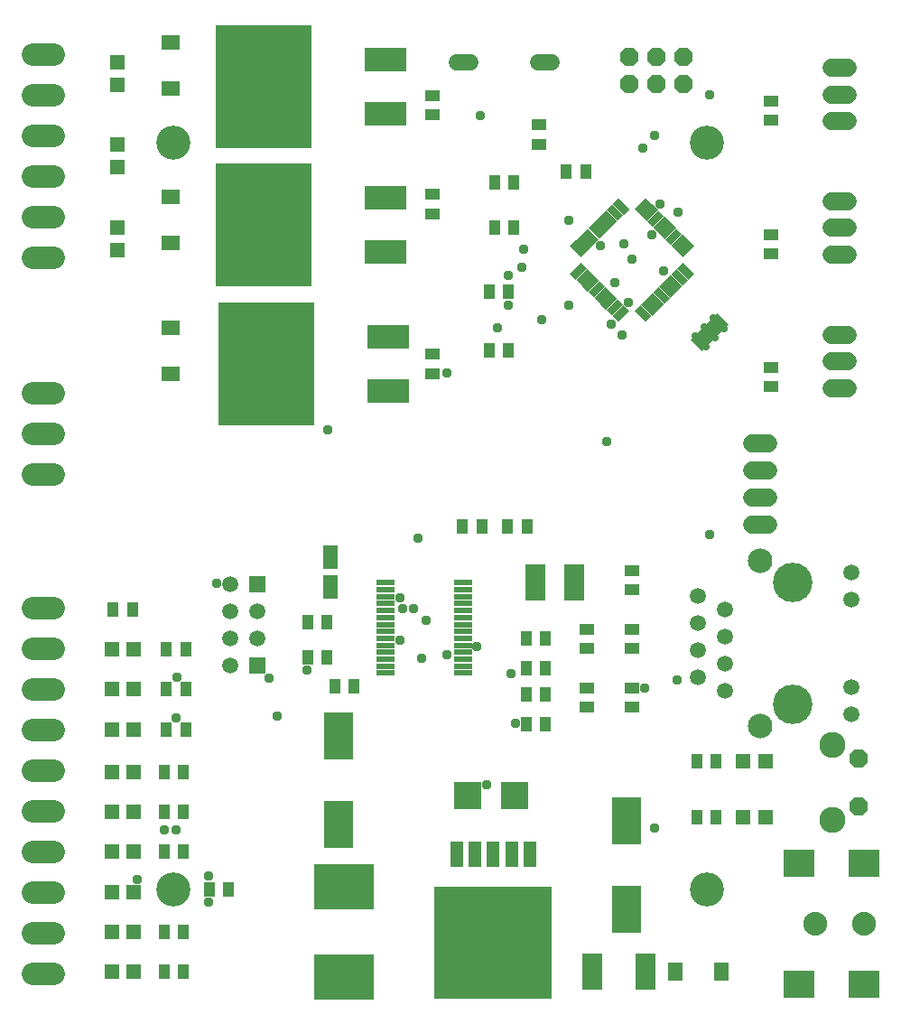
<source format=gbr>
G04 EAGLE Gerber RS-274X export*
G75*
%MOMM*%
%FSLAX34Y34*%
%LPD*%
%INSoldermask Top*%
%IPPOS*%
%AMOC8*
5,1,8,0,0,1.08239X$1,22.5*%
G01*
%ADD10C,3.203200*%
%ADD11R,1.403200X1.403200*%
%ADD12R,1.473200X1.673200*%
%ADD13R,1.003200X1.403200*%
%ADD14R,1.983200X3.403200*%
%ADD15R,3.003200X2.603200*%
%ADD16C,2.235200*%
%ADD17R,1.403200X1.003200*%
%ADD18R,1.673200X1.473200*%
%ADD19R,4.013200X2.286000*%
%ADD20R,9.093200X11.633200*%
%ADD21R,1.511200X1.511200*%
%ADD22C,1.511200*%
%ADD23R,1.703200X0.603200*%
%ADD24R,1.903200X3.503200*%
%ADD25R,1.403200X2.203200*%
%ADD26C,2.303200*%
%ADD27C,3.703200*%
%ADD28C,1.727200*%
%ADD29R,1.473200X0.762000*%
%ADD30R,0.762000X1.473200*%
%ADD31C,0.653200*%
%ADD32R,3.495041X1.534159*%
%ADD33R,2.703200X4.503200*%
%ADD34R,5.703200X4.203200*%
%ADD35R,11.003200X10.613200*%
%ADD36R,1.270000X2.362200*%
%ADD37R,2.603200X2.603200*%
%ADD38P,1.869504X8X112.500000*%
%ADD39C,2.451100*%
%ADD40P,1.852186X8X22.500000*%
%ADD41C,1.524000*%
%ADD42C,2.108200*%
%ADD43C,0.959600*%


D10*
X172500Y832500D03*
X672500Y832500D03*
X172500Y132500D03*
X672500Y132500D03*
D11*
X728000Y200000D03*
X707000Y200000D03*
D12*
X686500Y55000D03*
X643500Y55000D03*
D13*
X681500Y200000D03*
X663500Y200000D03*
D14*
X614900Y55000D03*
X565100Y55000D03*
D15*
X820000Y43000D03*
X820000Y157000D03*
X759000Y43000D03*
X759000Y157000D03*
D16*
X820000Y100000D03*
X774280Y100000D03*
D17*
X415000Y876500D03*
X415000Y858500D03*
D18*
X170000Y883500D03*
X170000Y926500D03*
D19*
X371400Y859600D03*
X371400Y910400D03*
D20*
X257100Y885000D03*
D17*
X732500Y621500D03*
X732500Y603500D03*
X732500Y746500D03*
X732500Y728500D03*
X415000Y784000D03*
X415000Y766000D03*
D18*
X170000Y738500D03*
X170000Y781500D03*
D19*
X371400Y729600D03*
X371400Y780400D03*
D20*
X257100Y755000D03*
D21*
X251125Y418250D03*
X251125Y342050D03*
D22*
X251125Y392850D03*
X251125Y367450D03*
X225725Y367450D03*
X225725Y392850D03*
X225725Y418250D03*
X225725Y342050D03*
D17*
X415000Y634000D03*
X415000Y616000D03*
D18*
X170000Y616000D03*
X170000Y659000D03*
D19*
X373900Y599600D03*
X373900Y650400D03*
D20*
X259600Y625000D03*
D17*
X732500Y871500D03*
X732500Y853500D03*
D23*
X371250Y419750D03*
X371250Y413250D03*
X371250Y406750D03*
X371250Y400250D03*
X371250Y393750D03*
X371250Y387250D03*
X371250Y380750D03*
X371250Y374250D03*
X371250Y367750D03*
X371250Y361250D03*
X371250Y354750D03*
X371250Y348250D03*
X371250Y341750D03*
X371250Y335250D03*
X443750Y335250D03*
X443750Y341750D03*
X443750Y348250D03*
X443750Y354750D03*
X443750Y361250D03*
X443750Y367750D03*
X443750Y374250D03*
X443750Y380750D03*
X443750Y387250D03*
X443750Y393750D03*
X443750Y400250D03*
X443750Y406750D03*
X443750Y413250D03*
X443750Y419750D03*
D13*
X316500Y350000D03*
X298500Y350000D03*
X316500Y382500D03*
X298500Y382500D03*
X341500Y322500D03*
X323500Y322500D03*
D24*
X511500Y420000D03*
X548500Y420000D03*
D13*
X503500Y340000D03*
X521500Y340000D03*
X503500Y367500D03*
X521500Y367500D03*
D17*
X560000Y358500D03*
X560000Y376500D03*
X602500Y358500D03*
X602500Y376500D03*
X602500Y303500D03*
X602500Y321500D03*
X560000Y303500D03*
X560000Y321500D03*
D13*
X521500Y315000D03*
X503500Y315000D03*
D17*
X602500Y431500D03*
X602500Y413500D03*
D13*
X521500Y287500D03*
X503500Y287500D03*
D25*
X320000Y444000D03*
X320000Y416000D03*
D13*
X504000Y472500D03*
X486000Y472500D03*
X461500Y472500D03*
X443500Y472500D03*
D26*
X722700Y285750D03*
X722700Y440650D03*
D22*
X808400Y429450D03*
X808400Y404050D03*
X808400Y322350D03*
X808400Y296950D03*
X664300Y407600D03*
X664300Y382200D03*
X664300Y356800D03*
X664300Y331400D03*
X689700Y395000D03*
X689700Y369600D03*
X689700Y344200D03*
X689700Y318800D03*
D27*
X753000Y306200D03*
X753000Y420200D03*
D28*
X730120Y550600D02*
X714880Y550600D01*
X714880Y525200D02*
X730120Y525200D01*
X730120Y499800D02*
X714880Y499800D01*
X714880Y474400D02*
X730120Y474400D01*
D17*
X515000Y831000D03*
X515000Y849000D03*
D13*
X473500Y795000D03*
X491500Y795000D03*
X473500Y752500D03*
X491500Y752500D03*
X663500Y252500D03*
X681500Y252500D03*
D11*
X728000Y252500D03*
X707000Y252500D03*
D29*
G36*
X610540Y680250D02*
X620956Y669834D01*
X615568Y664446D01*
X605152Y674862D01*
X610540Y680250D01*
G37*
G36*
X616197Y685907D02*
X626613Y675491D01*
X621225Y670103D01*
X610809Y680519D01*
X616197Y685907D01*
G37*
G36*
X621854Y691563D02*
X632270Y681147D01*
X626882Y675759D01*
X616466Y686175D01*
X621854Y691563D01*
G37*
G36*
X627511Y697220D02*
X637927Y686804D01*
X632539Y681416D01*
X622123Y691832D01*
X627511Y697220D01*
G37*
G36*
X633168Y702877D02*
X643584Y692461D01*
X638196Y687073D01*
X627780Y697489D01*
X633168Y702877D01*
G37*
G36*
X638825Y708534D02*
X649241Y698118D01*
X643853Y692730D01*
X633437Y703146D01*
X638825Y708534D01*
G37*
G36*
X644481Y714191D02*
X654897Y703775D01*
X649509Y698387D01*
X639093Y708803D01*
X644481Y714191D01*
G37*
G36*
X650138Y719848D02*
X660554Y709432D01*
X655166Y704044D01*
X644750Y714460D01*
X650138Y719848D01*
G37*
D30*
G36*
X655166Y740956D02*
X660554Y735568D01*
X650138Y725152D01*
X644750Y730540D01*
X655166Y740956D01*
G37*
G36*
X649509Y746613D02*
X654897Y741225D01*
X644481Y730809D01*
X639093Y736197D01*
X649509Y746613D01*
G37*
G36*
X643853Y752270D02*
X649241Y746882D01*
X638825Y736466D01*
X633437Y741854D01*
X643853Y752270D01*
G37*
G36*
X638196Y757927D02*
X643584Y752539D01*
X633168Y742123D01*
X627780Y747511D01*
X638196Y757927D01*
G37*
G36*
X632539Y763584D02*
X637927Y758196D01*
X627511Y747780D01*
X622123Y753168D01*
X632539Y763584D01*
G37*
G36*
X626882Y769241D02*
X632270Y763853D01*
X621854Y753437D01*
X616466Y758825D01*
X626882Y769241D01*
G37*
G36*
X621225Y774897D02*
X626613Y769509D01*
X616197Y759093D01*
X610809Y764481D01*
X621225Y774897D01*
G37*
G36*
X615568Y780554D02*
X620956Y775166D01*
X610540Y764750D01*
X605152Y770138D01*
X615568Y780554D01*
G37*
D29*
G36*
X589432Y780554D02*
X599848Y770138D01*
X594460Y764750D01*
X584044Y775166D01*
X589432Y780554D01*
G37*
G36*
X583775Y774897D02*
X594191Y764481D01*
X588803Y759093D01*
X578387Y769509D01*
X583775Y774897D01*
G37*
G36*
X578118Y769241D02*
X588534Y758825D01*
X583146Y753437D01*
X572730Y763853D01*
X578118Y769241D01*
G37*
G36*
X572461Y763584D02*
X582877Y753168D01*
X577489Y747780D01*
X567073Y758196D01*
X572461Y763584D01*
G37*
G36*
X566804Y757927D02*
X577220Y747511D01*
X571832Y742123D01*
X561416Y752539D01*
X566804Y757927D01*
G37*
G36*
X561147Y752270D02*
X571563Y741854D01*
X566175Y736466D01*
X555759Y746882D01*
X561147Y752270D01*
G37*
G36*
X555491Y746613D02*
X565907Y736197D01*
X560519Y730809D01*
X550103Y741225D01*
X555491Y746613D01*
G37*
G36*
X549834Y740956D02*
X560250Y730540D01*
X554862Y725152D01*
X544446Y735568D01*
X549834Y740956D01*
G37*
D30*
G36*
X554862Y719848D02*
X560250Y714460D01*
X549834Y704044D01*
X544446Y709432D01*
X554862Y719848D01*
G37*
G36*
X560519Y714191D02*
X565907Y708803D01*
X555491Y698387D01*
X550103Y703775D01*
X560519Y714191D01*
G37*
G36*
X566175Y708534D02*
X571563Y703146D01*
X561147Y692730D01*
X555759Y698118D01*
X566175Y708534D01*
G37*
G36*
X571832Y702877D02*
X577220Y697489D01*
X566804Y687073D01*
X561416Y692461D01*
X571832Y702877D01*
G37*
G36*
X577489Y697220D02*
X582877Y691832D01*
X572461Y681416D01*
X567073Y686804D01*
X577489Y697220D01*
G37*
G36*
X583146Y691563D02*
X588534Y686175D01*
X578118Y675759D01*
X572730Y681147D01*
X583146Y691563D01*
G37*
G36*
X588803Y685907D02*
X594191Y680519D01*
X583775Y670103D01*
X578387Y675491D01*
X588803Y685907D01*
G37*
G36*
X594460Y680250D02*
X599848Y674862D01*
X589432Y664446D01*
X584044Y669834D01*
X594460Y680250D01*
G37*
D13*
X559000Y805000D03*
X541000Y805000D03*
X486500Y692500D03*
X468500Y692500D03*
D31*
X661371Y651659D02*
X671659Y641371D01*
X680144Y649856D02*
X669856Y660144D01*
X678341Y668629D02*
X688629Y658341D01*
D32*
G36*
X692780Y661896D02*
X668068Y637184D01*
X657220Y648032D01*
X681932Y672744D01*
X692780Y661896D01*
G37*
D13*
X486500Y637500D03*
X468500Y637500D03*
D33*
X327500Y193500D03*
X327500Y276500D03*
X597500Y113500D03*
X597500Y196500D03*
D34*
X332500Y135000D03*
X332500Y50000D03*
D35*
X472500Y82100D03*
D36*
X506536Y165412D03*
X489518Y165412D03*
X472500Y165412D03*
X455482Y165412D03*
X438464Y165412D03*
D37*
X492000Y220000D03*
X448000Y220000D03*
D38*
X814946Y209894D03*
X814946Y255106D03*
D39*
X790054Y197448D03*
X790054Y267552D03*
D28*
X789880Y652500D02*
X805120Y652500D01*
X805120Y627500D02*
X789880Y627500D01*
X789880Y602500D02*
X805120Y602500D01*
X805120Y777500D02*
X789880Y777500D01*
X789880Y752500D02*
X805120Y752500D01*
X805120Y727500D02*
X789880Y727500D01*
X789880Y902500D02*
X805120Y902500D01*
X805120Y877500D02*
X789880Y877500D01*
X789880Y852500D02*
X805120Y852500D01*
D40*
X599600Y887300D03*
X599600Y912700D03*
X625000Y887300D03*
X625000Y912700D03*
X650400Y887300D03*
X650400Y912700D03*
D11*
X120000Y753000D03*
X120000Y732000D03*
X120000Y908000D03*
X120000Y887000D03*
X120000Y830500D03*
X120000Y809500D03*
D41*
X513996Y907500D02*
X527204Y907500D01*
X451004Y907500D02*
X437796Y907500D01*
D13*
X184000Y357500D03*
X166000Y357500D03*
D11*
X114500Y357500D03*
X135500Y357500D03*
D13*
X184000Y282500D03*
X166000Y282500D03*
D11*
X114500Y282500D03*
X135500Y282500D03*
D13*
X181500Y242500D03*
X163500Y242500D03*
D11*
X114500Y242500D03*
X135500Y242500D03*
D13*
X181500Y205000D03*
X163500Y205000D03*
D11*
X114500Y205000D03*
X135500Y205000D03*
D13*
X181500Y167500D03*
X163500Y167500D03*
D11*
X114500Y167500D03*
X135500Y167500D03*
D13*
X224000Y132500D03*
X206000Y132500D03*
D11*
X114500Y130000D03*
X135500Y130000D03*
D13*
X181500Y92500D03*
X163500Y92500D03*
D11*
X114500Y92500D03*
X135500Y92500D03*
D13*
X181500Y55000D03*
X163500Y55000D03*
D11*
X114500Y55000D03*
X135500Y55000D03*
D42*
X59525Y396450D02*
X40475Y396450D01*
X40475Y358350D02*
X59525Y358350D01*
X59525Y320250D02*
X40475Y320250D01*
X40475Y282150D02*
X59525Y282150D01*
X59525Y244050D02*
X40475Y244050D01*
X40475Y205950D02*
X59525Y205950D01*
X59525Y167850D02*
X40475Y167850D01*
X40475Y129750D02*
X59525Y129750D01*
X59525Y91650D02*
X40475Y91650D01*
X40475Y53550D02*
X59525Y53550D01*
X59525Y915250D02*
X40475Y915250D01*
X40475Y877150D02*
X59525Y877150D01*
X59525Y839050D02*
X40475Y839050D01*
X40475Y800950D02*
X59525Y800950D01*
X59525Y762850D02*
X40475Y762850D01*
X40475Y724750D02*
X59525Y724750D01*
X59525Y598100D02*
X40475Y598100D01*
X40475Y560000D02*
X59525Y560000D01*
X59525Y521900D02*
X40475Y521900D01*
D13*
X184000Y320000D03*
X166000Y320000D03*
D11*
X114500Y320000D03*
X135500Y320000D03*
D13*
X116000Y395000D03*
X134000Y395000D03*
D43*
X269412Y294925D03*
X466369Y230633D03*
X492902Y287781D03*
X262269Y330642D03*
X623526Y838851D03*
X397995Y395954D03*
X628628Y774560D03*
X501066Y732719D03*
X174506Y292884D03*
X582706Y662305D03*
X384729Y406159D03*
X592911Y652100D03*
X402077Y461266D03*
X599034Y682715D03*
X297986Y337786D03*
X631690Y712309D03*
X428610Y616382D03*
X409221Y384729D03*
X612300Y827626D03*
X387790Y395954D03*
X621485Y745986D03*
X645977Y767416D03*
X384729Y366360D03*
X594952Y737822D03*
X460246Y858241D03*
X517394Y666387D03*
X164301Y187772D03*
X457184Y360237D03*
X428610Y352073D03*
X623526Y189813D03*
X675571Y465348D03*
X488820Y334724D03*
X614341Y321458D03*
X405139Y349011D03*
X644956Y328601D03*
X586788Y701084D03*
X578624Y552091D03*
X138788Y141850D03*
X205121Y144911D03*
X213285Y419426D03*
X486779Y679653D03*
X542906Y679653D03*
X174506Y187772D03*
X675571Y877630D03*
X542906Y759252D03*
X499025Y715371D03*
X476574Y659243D03*
X205121Y120419D03*
X572501Y735781D03*
X317376Y563316D03*
X602095Y723535D03*
X486779Y708227D03*
X175526Y331663D03*
M02*

</source>
